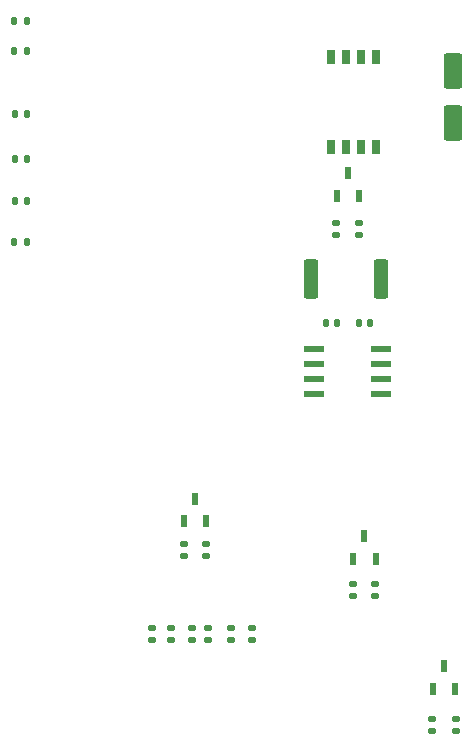
<source format=gbr>
%TF.GenerationSoftware,KiCad,Pcbnew,8.0.8*%
%TF.CreationDate,2025-03-20T21:36:52-04:00*%
%TF.ProjectId,PCB PUERTA,50434220-5055-4455-9254-412e6b696361,rev?*%
%TF.SameCoordinates,Original*%
%TF.FileFunction,Paste,Top*%
%TF.FilePolarity,Positive*%
%FSLAX46Y46*%
G04 Gerber Fmt 4.6, Leading zero omitted, Abs format (unit mm)*
G04 Created by KiCad (PCBNEW 8.0.8) date 2025-03-20 21:36:52*
%MOMM*%
%LPD*%
G01*
G04 APERTURE LIST*
G04 Aperture macros list*
%AMRoundRect*
0 Rectangle with rounded corners*
0 $1 Rounding radius*
0 $2 $3 $4 $5 $6 $7 $8 $9 X,Y pos of 4 corners*
0 Add a 4 corners polygon primitive as box body*
4,1,4,$2,$3,$4,$5,$6,$7,$8,$9,$2,$3,0*
0 Add four circle primitives for the rounded corners*
1,1,$1+$1,$2,$3*
1,1,$1+$1,$4,$5*
1,1,$1+$1,$6,$7*
1,1,$1+$1,$8,$9*
0 Add four rect primitives between the rounded corners*
20,1,$1+$1,$2,$3,$4,$5,0*
20,1,$1+$1,$4,$5,$6,$7,0*
20,1,$1+$1,$6,$7,$8,$9,0*
20,1,$1+$1,$8,$9,$2,$3,0*%
G04 Aperture macros list end*
%ADD10RoundRect,0.135000X0.185000X-0.135000X0.185000X0.135000X-0.185000X0.135000X-0.185000X-0.135000X0*%
%ADD11RoundRect,0.250000X-0.550000X1.250000X-0.550000X-1.250000X0.550000X-1.250000X0.550000X1.250000X0*%
%ADD12RoundRect,0.135000X0.135000X0.185000X-0.135000X0.185000X-0.135000X-0.185000X0.135000X-0.185000X0*%
%ADD13RoundRect,0.135000X-0.185000X0.135000X-0.185000X-0.135000X0.185000X-0.135000X0.185000X0.135000X0*%
%ADD14R,0.508000X1.016000*%
%ADD15RoundRect,0.140000X-0.140000X-0.170000X0.140000X-0.170000X0.140000X0.170000X-0.140000X0.170000X0*%
%ADD16RoundRect,0.147500X-0.172500X0.147500X-0.172500X-0.147500X0.172500X-0.147500X0.172500X0.147500X0*%
%ADD17R,0.760000X1.270000*%
%ADD18R,1.663700X0.558800*%
%ADD19RoundRect,0.147500X0.172500X-0.147500X0.172500X0.147500X-0.172500X0.147500X-0.172500X-0.147500X0*%
%ADD20RoundRect,0.250000X-0.362500X-1.425000X0.362500X-1.425000X0.362500X1.425000X-0.362500X1.425000X0*%
G04 APERTURE END LIST*
D10*
%TO.C,R19*%
X121437400Y-119318500D03*
X121437400Y-118298500D03*
%TD*%
D11*
%TO.C,C7*%
X144246600Y-78292600D03*
X144246600Y-82692600D03*
%TD*%
D12*
%TO.C,R5*%
X108131800Y-89292400D03*
X107111800Y-89292400D03*
%TD*%
D10*
%TO.C,R11*%
X134366000Y-92115100D03*
X134366000Y-91095100D03*
%TD*%
D12*
%TO.C,R2*%
X108131800Y-85736400D03*
X107111800Y-85736400D03*
%TD*%
D13*
%TO.C,R9*%
X125450600Y-125421800D03*
X125450600Y-126441800D03*
%TD*%
D14*
%TO.C,U2*%
X134378700Y-88823800D03*
X136283700Y-88823800D03*
X135331200Y-86893400D03*
%TD*%
D15*
%TO.C,R16*%
X136273600Y-99568000D03*
X137233600Y-99568000D03*
%TD*%
D16*
%TO.C,D10*%
X136245600Y-91145500D03*
X136245600Y-92115500D03*
%TD*%
D14*
%TO.C,U5*%
X142506700Y-130556000D03*
X144411700Y-130556000D03*
X143459200Y-128625600D03*
%TD*%
D17*
%TO.C,SW1*%
X137718800Y-77089000D03*
X136448800Y-77089000D03*
X135178800Y-77089000D03*
X133908800Y-77089000D03*
X133908800Y-84709000D03*
X135178800Y-84709000D03*
X136448800Y-84709000D03*
X137718800Y-84709000D03*
%TD*%
D18*
%TO.C,U3*%
X132480050Y-101828600D03*
X132480050Y-103098600D03*
X132480050Y-104368600D03*
X132480050Y-105638600D03*
X138131550Y-105638600D03*
X138131550Y-104368600D03*
X138131550Y-103098600D03*
X138131550Y-101828600D03*
%TD*%
D19*
%TO.C,D8*%
X123520200Y-126392800D03*
X123520200Y-125422800D03*
%TD*%
%TO.C,D7*%
X120319800Y-126415200D03*
X120319800Y-125445200D03*
%TD*%
D13*
%TO.C,R8*%
X122123200Y-125397800D03*
X122123200Y-126417800D03*
%TD*%
D12*
%TO.C,R4*%
X108157800Y-81875600D03*
X107137800Y-81875600D03*
%TD*%
D16*
%TO.C,D11*%
X137666200Y-121730300D03*
X137666200Y-122700300D03*
%TD*%
D15*
%TO.C,R15*%
X133454200Y-99568000D03*
X134414200Y-99568000D03*
%TD*%
D12*
%TO.C,R1*%
X108129800Y-76592400D03*
X107109800Y-76592400D03*
%TD*%
D14*
%TO.C,U4*%
X121450100Y-116382800D03*
X123355100Y-116382800D03*
X122402600Y-114452400D03*
%TD*%
%TO.C,U6*%
X135773900Y-119584100D03*
X137678900Y-119584100D03*
X136726400Y-117653700D03*
%TD*%
D12*
%TO.C,R6*%
X108129800Y-74052400D03*
X107109800Y-74052400D03*
%TD*%
D20*
%TO.C,R17*%
X132241700Y-95834200D03*
X138166700Y-95834200D03*
%TD*%
D16*
%TO.C,D13*%
X144449800Y-133131700D03*
X144449800Y-134101700D03*
%TD*%
%TO.C,D12*%
X123342400Y-118314000D03*
X123342400Y-119284000D03*
%TD*%
D10*
%TO.C,R18*%
X135761200Y-122709400D03*
X135761200Y-121689400D03*
%TD*%
%TO.C,R20*%
X142494000Y-134101300D03*
X142494000Y-133081300D03*
%TD*%
D13*
%TO.C,R7*%
X118745000Y-125446600D03*
X118745000Y-126466600D03*
%TD*%
D12*
%TO.C,R3*%
X108129800Y-92772200D03*
X107109800Y-92772200D03*
%TD*%
D19*
%TO.C,D9*%
X127254000Y-126390400D03*
X127254000Y-125420400D03*
%TD*%
M02*

</source>
